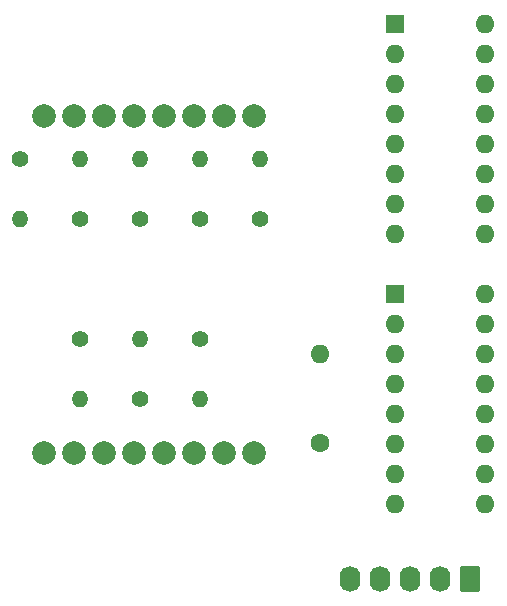
<source format=gts>
G04 #@! TF.GenerationSoftware,KiCad,Pcbnew,(6.0.0)*
G04 #@! TF.CreationDate,2022-02-13T15:34:51+09:00*
G04 #@! TF.ProjectId,8x8_eyes,3878385f-6579-4657-932e-6b696361645f,rev?*
G04 #@! TF.SameCoordinates,PX87a6900PY6486dd0*
G04 #@! TF.FileFunction,Soldermask,Top*
G04 #@! TF.FilePolarity,Negative*
%FSLAX46Y46*%
G04 Gerber Fmt 4.6, Leading zero omitted, Abs format (unit mm)*
G04 Created by KiCad (PCBNEW (6.0.0)) date 2022-02-13 15:34:51*
%MOMM*%
%LPD*%
G01*
G04 APERTURE LIST*
G04 Aperture macros list*
%AMRoundRect*
0 Rectangle with rounded corners*
0 $1 Rounding radius*
0 $2 $3 $4 $5 $6 $7 $8 $9 X,Y pos of 4 corners*
0 Add a 4 corners polygon primitive as box body*
4,1,4,$2,$3,$4,$5,$6,$7,$8,$9,$2,$3,0*
0 Add four circle primitives for the rounded corners*
1,1,$1+$1,$2,$3*
1,1,$1+$1,$4,$5*
1,1,$1+$1,$6,$7*
1,1,$1+$1,$8,$9*
0 Add four rect primitives between the rounded corners*
20,1,$1+$1,$2,$3,$4,$5,0*
20,1,$1+$1,$4,$5,$6,$7,0*
20,1,$1+$1,$6,$7,$8,$9,0*
20,1,$1+$1,$8,$9,$2,$3,0*%
G04 Aperture macros list end*
%ADD10C,2.000000*%
%ADD11C,1.400000*%
%ADD12O,1.400000X1.400000*%
%ADD13R,1.600000X1.600000*%
%ADD14O,1.600000X1.600000*%
%ADD15RoundRect,0.250000X0.620000X0.845000X-0.620000X0.845000X-0.620000X-0.845000X0.620000X-0.845000X0*%
%ADD16O,1.740000X2.190000*%
%ADD17C,1.600000*%
G04 APERTURE END LIST*
D10*
X-13205000Y-10935000D03*
X-10665000Y-10935000D03*
X-8125000Y-10935000D03*
X-5585000Y-10935000D03*
X-3045000Y-10935000D03*
X-505000Y-10935000D03*
X2035000Y-10935000D03*
X4575000Y-10935000D03*
X4575000Y17565000D03*
X2035000Y17565000D03*
X-505000Y17565000D03*
X-3045000Y17565000D03*
X-5585000Y17565000D03*
X-8125000Y17565000D03*
X-10665000Y17565000D03*
X-13205000Y17565000D03*
D11*
X-10160000Y-1270000D03*
D12*
X-10160000Y-6350000D03*
D11*
X0Y-1270000D03*
D12*
X0Y-6350000D03*
D11*
X0Y8890000D03*
D12*
X0Y13970000D03*
D11*
X5080000Y8890000D03*
D12*
X5080000Y13970000D03*
D13*
X16520000Y2525000D03*
D14*
X16520000Y-15000D03*
X16520000Y-2555000D03*
X16520000Y-5095000D03*
X16520000Y-7635000D03*
X16520000Y-10175000D03*
X16520000Y-12715000D03*
X16520000Y-15255000D03*
X24140000Y-15255000D03*
X24140000Y-12715000D03*
X24140000Y-10175000D03*
X24140000Y-7635000D03*
X24140000Y-5095000D03*
X24140000Y-2555000D03*
X24140000Y-15000D03*
X24140000Y2525000D03*
D11*
X-5080000Y8890000D03*
D12*
X-5080000Y13970000D03*
D11*
X-5080000Y-6350000D03*
D12*
X-5080000Y-1270000D03*
D11*
X-15240000Y13970000D03*
D12*
X-15240000Y8890000D03*
D13*
X16520000Y25385000D03*
D14*
X16520000Y22845000D03*
X16520000Y20305000D03*
X16520000Y17765000D03*
X16520000Y15225000D03*
X16520000Y12685000D03*
X16520000Y10145000D03*
X16520000Y7605000D03*
X24140000Y7605000D03*
X24140000Y10145000D03*
X24140000Y12685000D03*
X24140000Y15225000D03*
X24140000Y17765000D03*
X24140000Y20305000D03*
X24140000Y22845000D03*
X24140000Y25385000D03*
D11*
X-10160000Y8890000D03*
D12*
X-10160000Y13970000D03*
D15*
X22860000Y-21590000D03*
D16*
X20320000Y-21590000D03*
X17780000Y-21590000D03*
X15240000Y-21590000D03*
X12700000Y-21590000D03*
D17*
X10160000Y-10100000D03*
D14*
X10160000Y-2600000D03*
M02*

</source>
